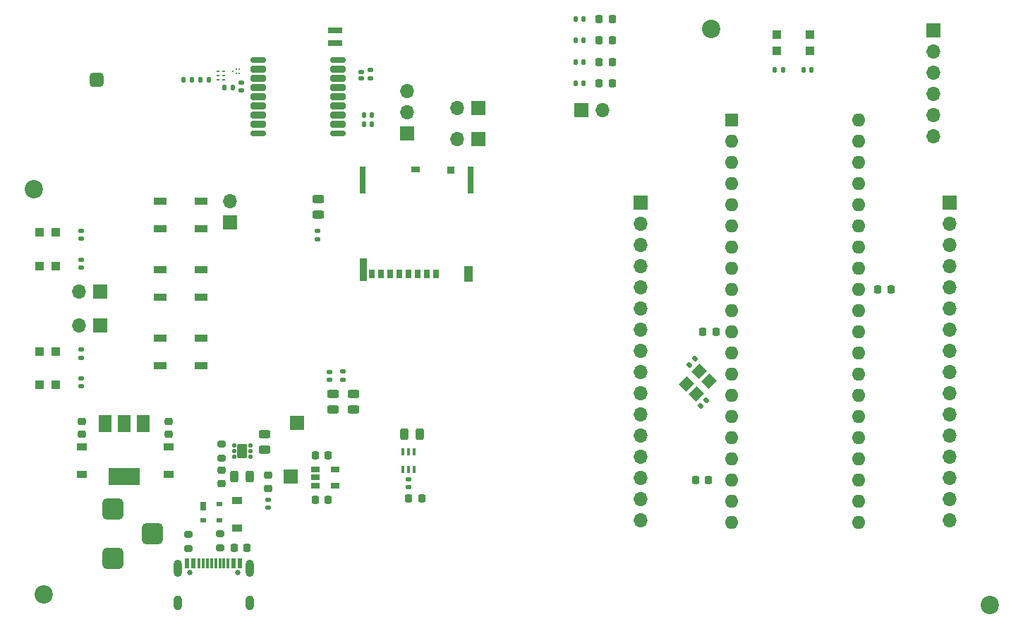
<source format=gbr>
%TF.GenerationSoftware,KiCad,Pcbnew,7.0.1*%
%TF.CreationDate,2023-11-20T00:05:28-03:00*%
%TF.ProjectId,data_logger,64617461-5f6c-46f6-9767-65722e6b6963,0*%
%TF.SameCoordinates,Original*%
%TF.FileFunction,Soldermask,Top*%
%TF.FilePolarity,Negative*%
%FSLAX46Y46*%
G04 Gerber Fmt 4.6, Leading zero omitted, Abs format (unit mm)*
G04 Created by KiCad (PCBNEW 7.0.1) date 2023-11-20 00:05:28*
%MOMM*%
%LPD*%
G01*
G04 APERTURE LIST*
G04 Aperture macros list*
%AMRoundRect*
0 Rectangle with rounded corners*
0 $1 Rounding radius*
0 $2 $3 $4 $5 $6 $7 $8 $9 X,Y pos of 4 corners*
0 Add a 4 corners polygon primitive as box body*
4,1,4,$2,$3,$4,$5,$6,$7,$8,$9,$2,$3,0*
0 Add four circle primitives for the rounded corners*
1,1,$1+$1,$2,$3*
1,1,$1+$1,$4,$5*
1,1,$1+$1,$6,$7*
1,1,$1+$1,$8,$9*
0 Add four rect primitives between the rounded corners*
20,1,$1+$1,$2,$3,$4,$5,0*
20,1,$1+$1,$4,$5,$6,$7,0*
20,1,$1+$1,$6,$7,$8,$9,0*
20,1,$1+$1,$8,$9,$2,$3,0*%
%AMRotRect*
0 Rectangle, with rotation*
0 The origin of the aperture is its center*
0 $1 length*
0 $2 width*
0 $3 Rotation angle, in degrees counterclockwise*
0 Add horizontal line*
21,1,$1,$2,0,0,$3*%
G04 Aperture macros list end*
%ADD10R,0.180000X0.250000*%
%ADD11RoundRect,0.243750X-0.456250X0.243750X-0.456250X-0.243750X0.456250X-0.243750X0.456250X0.243750X0*%
%ADD12RoundRect,0.218750X-0.218750X-0.256250X0.218750X-0.256250X0.218750X0.256250X-0.218750X0.256250X0*%
%ADD13R,1.700000X1.700000*%
%ADD14O,1.700000X1.700000*%
%ADD15R,1.500000X0.900000*%
%ADD16R,1.000000X1.000000*%
%ADD17RoundRect,0.147500X-0.172500X0.147500X-0.172500X-0.147500X0.172500X-0.147500X0.172500X0.147500X0*%
%ADD18R,1.200000X0.900000*%
%ADD19RoundRect,0.225000X-0.225000X-0.250000X0.225000X-0.250000X0.225000X0.250000X-0.225000X0.250000X0*%
%ADD20C,2.200000*%
%ADD21RoundRect,0.175000X0.725000X0.175000X-0.725000X0.175000X-0.725000X-0.175000X0.725000X-0.175000X0*%
%ADD22RoundRect,0.200000X0.700000X0.200000X-0.700000X0.200000X-0.700000X-0.200000X0.700000X-0.200000X0*%
%ADD23RoundRect,0.147500X0.172500X-0.147500X0.172500X0.147500X-0.172500X0.147500X-0.172500X-0.147500X0*%
%ADD24RoundRect,0.243750X0.456250X-0.243750X0.456250X0.243750X-0.456250X0.243750X-0.456250X-0.243750X0*%
%ADD25RoundRect,0.200000X0.275000X-0.200000X0.275000X0.200000X-0.275000X0.200000X-0.275000X-0.200000X0*%
%ADD26RoundRect,0.225000X0.250000X-0.225000X0.250000X0.225000X-0.250000X0.225000X-0.250000X-0.225000X0*%
%ADD27RoundRect,0.125000X-0.225000X0.125000X-0.225000X-0.125000X0.225000X-0.125000X0.225000X0.125000X0*%
%ADD28R,0.700000X1.100000*%
%ADD29R,0.900000X0.930000*%
%ADD30R,1.050000X0.780000*%
%ADD31R,0.700000X3.330000*%
%ADD32R,1.140000X1.830000*%
%ADD33R,0.860000X2.800000*%
%ADD34RoundRect,0.225000X-0.250000X0.225000X-0.250000X-0.225000X0.250000X-0.225000X0.250000X0.225000X0*%
%ADD35RoundRect,0.225000X0.225000X0.250000X-0.225000X0.250000X-0.225000X-0.250000X0.225000X-0.250000X0*%
%ADD36RoundRect,0.147500X0.147500X0.172500X-0.147500X0.172500X-0.147500X-0.172500X0.147500X-0.172500X0*%
%ADD37RoundRect,0.425000X-0.425000X-0.425000X0.425000X-0.425000X0.425000X0.425000X-0.425000X0.425000X0*%
%ADD38RoundRect,0.120000X0.175000X0.100000X-0.175000X0.100000X-0.175000X-0.100000X0.175000X-0.100000X0*%
%ADD39RoundRect,0.120000X0.450000X0.750000X-0.450000X0.750000X-0.450000X-0.750000X0.450000X-0.750000X0*%
%ADD40R,3.800000X2.000000*%
%ADD41R,1.500000X2.000000*%
%ADD42RoundRect,0.243750X-0.243750X-0.456250X0.243750X-0.456250X0.243750X0.456250X-0.243750X0.456250X0*%
%ADD43RoundRect,0.200000X-0.275000X0.200000X-0.275000X-0.200000X0.275000X-0.200000X0.275000X0.200000X0*%
%ADD44RoundRect,0.147500X-0.147500X-0.172500X0.147500X-0.172500X0.147500X0.172500X-0.147500X0.172500X0*%
%ADD45R,0.700000X1.000000*%
%ADD46R,0.700000X0.600000*%
%ADD47C,0.650000*%
%ADD48R,0.600000X1.150000*%
%ADD49R,0.300000X1.150000*%
%ADD50O,1.000000X2.100000*%
%ADD51O,1.000000X1.800000*%
%ADD52R,1.000000X0.700000*%
%ADD53RoundRect,0.650000X-0.650000X-0.650000X0.650000X-0.650000X0.650000X0.650000X-0.650000X0.650000X0*%
%ADD54R,1.600000X1.600000*%
%ADD55O,1.600000X1.600000*%
%ADD56R,0.345000X0.230000*%
%ADD57RotRect,1.400000X1.200000X45.000000*%
%ADD58RoundRect,0.147500X0.017678X-0.226274X0.226274X-0.017678X-0.017678X0.226274X-0.226274X0.017678X0*%
%ADD59RoundRect,0.218750X0.256250X-0.218750X0.256250X0.218750X-0.256250X0.218750X-0.256250X-0.218750X0*%
%ADD60R,0.400000X0.900000*%
%ADD61R,1.700000X0.700000*%
G04 APERTURE END LIST*
D10*
%TO.C,FL1*%
X110720000Y-69960000D03*
X111105000Y-70210000D03*
X111490000Y-70210000D03*
X111490000Y-69710000D03*
X111105000Y-69710000D03*
%TD*%
D11*
%TO.C,R23*%
X125150000Y-108592500D03*
X125150000Y-110467500D03*
%TD*%
D12*
%TO.C,D7*%
X154658000Y-63638000D03*
X156233000Y-63638000D03*
%TD*%
D13*
%TO.C,J13*%
X152550000Y-74560000D03*
D14*
X155090000Y-74560000D03*
%TD*%
D15*
%TO.C,D12*%
X101990000Y-93720000D03*
X101990000Y-97020000D03*
X106890000Y-97020000D03*
X106890000Y-93720000D03*
%TD*%
D13*
%TO.C,J12*%
X110390000Y-88060000D03*
D14*
X110390000Y-85520000D03*
%TD*%
D16*
%TO.C,SW3*%
X89490000Y-103520000D03*
X89490000Y-107520000D03*
X87490000Y-103520000D03*
X87490000Y-107520000D03*
%TD*%
D17*
%TO.C,R22*%
X122290000Y-105990000D03*
X122290000Y-106960000D03*
%TD*%
D18*
%TO.C,D5*%
X111248000Y-121410000D03*
X111248000Y-124710000D03*
%TD*%
D19*
%TO.C,C12*%
X120574998Y-121350001D03*
X122124998Y-121350001D03*
%TD*%
D17*
%TO.C,R4*%
X127190000Y-69775000D03*
X127190000Y-70745000D03*
%TD*%
D13*
%TO.C,J3*%
X131590000Y-77360000D03*
D14*
X131590000Y-74820000D03*
X131590000Y-72280000D03*
%TD*%
D20*
%TO.C,H2*%
X201560000Y-133920000D03*
%TD*%
D17*
%TO.C,R13*%
X92517001Y-92495000D03*
X92517001Y-93465000D03*
%TD*%
D21*
%TO.C,U2*%
X123290000Y-77410000D03*
D22*
X123290000Y-76310000D03*
X123290000Y-75210000D03*
X123290000Y-74110000D03*
X123290000Y-73010000D03*
X123290000Y-71910000D03*
X123290000Y-70810000D03*
X123290000Y-69710000D03*
D21*
X123290000Y-68610000D03*
X113790000Y-68610000D03*
D22*
X113790000Y-69710000D03*
X113790000Y-70810000D03*
X113790000Y-71910000D03*
X113790000Y-73010000D03*
X113790000Y-74110000D03*
X113790000Y-75210000D03*
X113790000Y-76310000D03*
D21*
X113790000Y-77410000D03*
%TD*%
D19*
%TO.C,C9*%
X110873000Y-127060000D03*
X112423000Y-127060000D03*
%TD*%
D23*
%TO.C,R15*%
X92516999Y-90025001D03*
X92516999Y-89055001D03*
%TD*%
D15*
%TO.C,D13*%
X101990000Y-101920000D03*
X101990000Y-105220000D03*
X106890000Y-105220000D03*
X106890000Y-101920000D03*
%TD*%
D24*
%TO.C,R19*%
X120990000Y-87160000D03*
X120990000Y-85285000D03*
%TD*%
D25*
%TO.C,R7*%
X109310000Y-116310000D03*
X109310000Y-114660000D03*
%TD*%
D26*
%TO.C,C8*%
X92590000Y-113435000D03*
X92590000Y-111885000D03*
%TD*%
D27*
%TO.C,D1*%
X126090001Y-69997499D03*
X126090001Y-70747499D03*
%TD*%
D28*
%TO.C,J15*%
X135110000Y-94242500D03*
X134010000Y-94242500D03*
X132910000Y-94242500D03*
X131810000Y-94242500D03*
X130710000Y-94242500D03*
X129610000Y-94242500D03*
X128510000Y-94242500D03*
X127410000Y-94242500D03*
D29*
X136900000Y-81777500D03*
D30*
X132635000Y-81702500D03*
D31*
X139210000Y-82977500D03*
D32*
X138990000Y-94227500D03*
D33*
X126330000Y-93742500D03*
D31*
X126250000Y-82977500D03*
%TD*%
D34*
%TO.C,C11*%
X109310000Y-117785000D03*
X109310000Y-119335000D03*
%TD*%
D26*
%TO.C,C10*%
X102990000Y-113435000D03*
X102990000Y-111885000D03*
%TD*%
D35*
%TO.C,C4*%
X168665000Y-101180000D03*
X167115000Y-101180000D03*
%TD*%
D13*
%TO.C,J1*%
X118390000Y-112060000D03*
%TD*%
D36*
%TO.C,L1*%
X107792000Y-70963033D03*
X106822000Y-70963033D03*
%TD*%
D13*
%TO.C,J7*%
X140130000Y-74360000D03*
D14*
X137590000Y-74360000D03*
%TD*%
D16*
%TO.C,SW2*%
X89490000Y-89260000D03*
X89490000Y-93260000D03*
X87490000Y-89260000D03*
X87490000Y-93260000D03*
%TD*%
D20*
%TO.C,H1*%
X168070000Y-64850000D03*
%TD*%
D37*
%TO.C,AE1*%
X94347602Y-70963033D03*
%TD*%
D23*
%TO.C,R10*%
X114910000Y-122257500D03*
X114910000Y-121287500D03*
%TD*%
D36*
%TO.C,FB2*%
X127390000Y-76310000D03*
X126420000Y-76310000D03*
%TD*%
D20*
%TO.C,H4*%
X86790000Y-84060000D03*
%TD*%
D13*
%TO.C,J2*%
X117690000Y-118560000D03*
%TD*%
D38*
%TO.C,U5*%
X112797501Y-116135000D03*
X112797501Y-115485000D03*
X112797501Y-114835000D03*
X110847501Y-114835000D03*
X110847501Y-115485000D03*
X110847501Y-116135000D03*
D39*
X111822501Y-115485000D03*
%TD*%
D15*
%TO.C,D11*%
X101990000Y-85520000D03*
X101990000Y-88820000D03*
X106890000Y-88820000D03*
X106890000Y-85520000D03*
%TD*%
D40*
%TO.C,U4*%
X97690000Y-118510000D03*
D41*
X99990000Y-112210000D03*
X97690000Y-112210000D03*
X95390000Y-112210000D03*
%TD*%
D18*
%TO.C,D4*%
X102990000Y-118310000D03*
X102990000Y-115010000D03*
%TD*%
D42*
%TO.C,R8*%
X110835000Y-118560000D03*
X112710000Y-118560000D03*
%TD*%
D17*
%TO.C,R20*%
X120890000Y-89090000D03*
X120890000Y-90060000D03*
%TD*%
D19*
%TO.C,C3*%
X188115000Y-96100000D03*
X189665000Y-96100000D03*
%TD*%
D17*
%TO.C,R18*%
X92516999Y-106754999D03*
X92516999Y-107724999D03*
%TD*%
D43*
%TO.C,R6*%
X109152000Y-125412000D03*
X109152000Y-127062000D03*
%TD*%
D13*
%TO.C,J14*%
X94792001Y-100450001D03*
D14*
X92252001Y-100450001D03*
%TD*%
D35*
%TO.C,C5*%
X167790000Y-118960000D03*
X166240000Y-118960000D03*
%TD*%
D11*
%TO.C,R21*%
X122690000Y-108622500D03*
X122690000Y-110497500D03*
%TD*%
D44*
%TO.C,FB1*%
X126420000Y-75210000D03*
X127390000Y-75210000D03*
%TD*%
D16*
%TO.C,SW1*%
X179955001Y-67494002D03*
X175955001Y-67494002D03*
X179955001Y-65494002D03*
X175955001Y-65494002D03*
%TD*%
D12*
%TO.C,D10*%
X154658000Y-71408000D03*
X156233000Y-71408000D03*
%TD*%
D45*
%TO.C,D2*%
X107120000Y-122060000D03*
D46*
X107120000Y-123760000D03*
X109120000Y-123760000D03*
X109120000Y-121860000D03*
%TD*%
D20*
%TO.C,H3*%
X88022000Y-132650000D03*
%TD*%
D47*
%TO.C,J10*%
X105500000Y-130045000D03*
X111280000Y-130045000D03*
D48*
X105190000Y-128970000D03*
X105990000Y-128970000D03*
D49*
X107140000Y-128970000D03*
X108140000Y-128970000D03*
X108640000Y-128970000D03*
X109640000Y-128970000D03*
D48*
X110790000Y-128970000D03*
X111590000Y-128970000D03*
X111590000Y-128970000D03*
X110790000Y-128970000D03*
D49*
X110140000Y-128970000D03*
X109140000Y-128970000D03*
X107640000Y-128970000D03*
X106640000Y-128970000D03*
D48*
X105990000Y-128970000D03*
X105190000Y-128970000D03*
D50*
X104070000Y-129545000D03*
D51*
X104070000Y-133725000D03*
D50*
X112710000Y-129545000D03*
D51*
X112710000Y-133725000D03*
%TD*%
D52*
%TO.C,U6*%
X120570000Y-117700000D03*
X120570000Y-118650000D03*
X120570000Y-119600000D03*
X122970000Y-119600000D03*
X122970000Y-117700000D03*
%TD*%
D13*
%TO.C,J5*%
X159674000Y-85680000D03*
D14*
X159674000Y-88220000D03*
X159674000Y-90760000D03*
X159674000Y-93300000D03*
X159674000Y-95840000D03*
X159674000Y-98380000D03*
X159674000Y-100920000D03*
X159674000Y-103460000D03*
X159674000Y-106000000D03*
X159674000Y-108540000D03*
X159674000Y-111080000D03*
X159674000Y-113620000D03*
X159674000Y-116160000D03*
X159674000Y-118700000D03*
X159674000Y-121240000D03*
X159674000Y-123780000D03*
%TD*%
D23*
%TO.C,R3*%
X111690000Y-72245000D03*
X111690000Y-71275000D03*
%TD*%
D17*
%TO.C,R26*%
X131789999Y-118859999D03*
X131789999Y-119829999D03*
%TD*%
D35*
%TO.C,C13*%
X122124999Y-115949999D03*
X120574999Y-115949999D03*
%TD*%
D53*
%TO.C,J9*%
X96340000Y-122386000D03*
X96340000Y-128386000D03*
X101040000Y-125386000D03*
%TD*%
D54*
%TO.C,U1*%
X170566000Y-75780000D03*
D55*
X170566000Y-78320000D03*
X170566000Y-80860000D03*
X170566000Y-83400000D03*
X170566000Y-85940000D03*
X170566000Y-88480000D03*
X170566000Y-91020000D03*
X170566000Y-93560000D03*
X170566000Y-96100000D03*
X170566000Y-98640000D03*
X170566000Y-101180000D03*
X170566000Y-103720000D03*
X170566000Y-106260000D03*
X170566000Y-108800000D03*
X170566000Y-111340000D03*
X170566000Y-113880000D03*
X170566000Y-116420000D03*
X170566000Y-118960000D03*
X170566000Y-121500000D03*
X170566000Y-124040000D03*
X185806000Y-124040000D03*
X185806000Y-121500000D03*
X185806000Y-118960000D03*
X185806000Y-116420000D03*
X185806000Y-113880000D03*
X185806000Y-111340000D03*
X185806000Y-108800000D03*
X185806000Y-106260000D03*
X185806000Y-103720000D03*
X185806000Y-101180000D03*
X185806000Y-98640000D03*
X185806000Y-96100000D03*
X185806000Y-93560000D03*
X185806000Y-91020000D03*
X185806000Y-88480000D03*
X185806000Y-85940000D03*
X185806000Y-83400000D03*
X185806000Y-80860000D03*
X185806000Y-78320000D03*
X185806000Y-75780000D03*
%TD*%
D13*
%TO.C,J6*%
X196758000Y-85680000D03*
D14*
X196758000Y-88220000D03*
X196758000Y-90760000D03*
X196758000Y-93300000D03*
X196758000Y-95840000D03*
X196758000Y-98380000D03*
X196758000Y-100920000D03*
X196758000Y-103460000D03*
X196758000Y-106000000D03*
X196758000Y-108540000D03*
X196758000Y-111080000D03*
X196758000Y-113620000D03*
X196758000Y-116160000D03*
X196758000Y-118700000D03*
X196758000Y-121240000D03*
X196758000Y-123780000D03*
%TD*%
D36*
%TO.C,C7*%
X105760000Y-70963033D03*
X104790000Y-70963033D03*
%TD*%
D17*
%TO.C,R24*%
X123950000Y-105935000D03*
X123950000Y-106905000D03*
%TD*%
D12*
%TO.C,D9*%
X154658000Y-68818000D03*
X156233000Y-68818000D03*
%TD*%
D43*
%TO.C,R5*%
X105342000Y-125475000D03*
X105342000Y-127125000D03*
%TD*%
D42*
%TO.C,R25*%
X131262499Y-113460001D03*
X133137499Y-113460001D03*
%TD*%
D56*
%TO.C,U3*%
X108910000Y-69960000D03*
X108910000Y-70460000D03*
X108910000Y-70960000D03*
X109590000Y-70960000D03*
X109590000Y-70460000D03*
X109590000Y-69960000D03*
%TD*%
D57*
%TO.C,Y1*%
X166313223Y-108649348D03*
X167868858Y-107093713D03*
X166666777Y-105891632D03*
X165111142Y-107447267D03*
%TD*%
D12*
%TO.C,D8*%
X154658000Y-66228000D03*
X156233000Y-66228000D03*
%TD*%
D44*
%TO.C,C6*%
X109705000Y-71860000D03*
X110675000Y-71860000D03*
%TD*%
D58*
%TO.C,C1*%
X166847053Y-110098241D03*
X167532947Y-109412347D03*
%TD*%
D23*
%TO.C,R17*%
X92516999Y-104284999D03*
X92516999Y-103314999D03*
%TD*%
D36*
%TO.C,R2*%
X176720004Y-69760000D03*
X175750004Y-69760000D03*
%TD*%
D59*
%TO.C,D6*%
X114910000Y-119960000D03*
X114910000Y-118385000D03*
%TD*%
D18*
%TO.C,D3*%
X92590000Y-115010000D03*
X92590000Y-118310000D03*
%TD*%
D24*
%TO.C,R9*%
X114510000Y-115297500D03*
X114510000Y-113422500D03*
%TD*%
D13*
%TO.C,J8*%
X140130000Y-78060000D03*
D14*
X137590000Y-78060000D03*
%TD*%
D44*
%TO.C,R14*%
X151825000Y-68818000D03*
X152795000Y-68818000D03*
%TD*%
D12*
%TO.C,D14*%
X131790000Y-121160000D03*
X133365000Y-121160000D03*
%TD*%
D44*
%TO.C,R11*%
X151825000Y-63638000D03*
X152795000Y-63638000D03*
%TD*%
D60*
%TO.C,U7*%
X132440000Y-115541501D03*
X131790000Y-115541501D03*
X131140000Y-115541501D03*
X131140000Y-117641501D03*
X131790000Y-117641501D03*
X132440000Y-117641501D03*
%TD*%
D61*
%TO.C,BAT1*%
X122990000Y-66510000D03*
X122990000Y-65010000D03*
%TD*%
D44*
%TO.C,R12*%
X151825000Y-66228000D03*
X152795000Y-66228000D03*
%TD*%
%TO.C,R16*%
X151825000Y-71408000D03*
X152795000Y-71408000D03*
%TD*%
%TO.C,R1*%
X179190000Y-69760000D03*
X180160000Y-69760000D03*
%TD*%
D58*
%TO.C,C2*%
X165447053Y-105116315D03*
X166132947Y-104430421D03*
%TD*%
D13*
%TO.C,J4*%
X194790000Y-65060000D03*
D14*
X194790000Y-67600000D03*
X194790000Y-70140000D03*
X194790000Y-72680000D03*
X194790000Y-75220000D03*
X194790000Y-77760000D03*
%TD*%
D13*
%TO.C,J11*%
X94792000Y-96330000D03*
D14*
X92252000Y-96330000D03*
%TD*%
M02*

</source>
